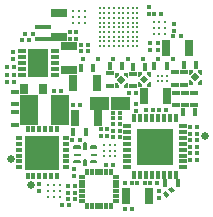
<source format=gts>
G75*
%MOIN*%
%OFA0B0*%
%FSLAX25Y25*%
%IPPOS*%
%LPD*%
%AMOC8*
5,1,8,0,0,1.08239X$1,22.5*
%
%ADD10C,0.00300*%
%ADD11C,0.01184*%
%ADD12R,0.02956X0.05318*%
%ADD13R,0.01775X0.01381*%
%ADD14R,0.01381X0.01775*%
%ADD15R,0.01184X0.02169*%
%ADD16R,0.02169X0.01184*%
%ADD17R,0.01381X0.02169*%
%ADD18R,0.02169X0.01381*%
%ADD19R,0.11224X0.11224*%
%ADD20R,0.12405X0.12405*%
%ADD21R,0.01184X0.02562*%
%ADD22R,0.02562X0.01184*%
%ADD23R,0.02090X0.02090*%
%ADD24C,0.01027*%
%ADD25C,0.00210*%
%ADD26R,0.05318X0.02956*%
%ADD27R,0.02956X0.01184*%
%ADD28R,0.06696X0.09570*%
%ADD29R,0.02562X0.01775*%
%ADD30R,0.06106X0.10043*%
%ADD31R,0.02956X0.03743*%
%ADD32R,0.01775X0.02562*%
%ADD33C,0.00592*%
%ADD34C,0.00494*%
%ADD35C,0.00691*%
%ADD36C,0.01106*%
%ADD37C,0.01775*%
%ADD38C,0.02562*%
%ADD39C,0.00987*%
D10*
X0249805Y0084460D02*
X0255710Y0084460D01*
X0255710Y0088397D01*
X0249805Y0088397D01*
X0249805Y0084460D01*
X0249805Y0084650D02*
X0255710Y0084650D01*
X0255710Y0084948D02*
X0249805Y0084948D01*
X0249805Y0085247D02*
X0255710Y0085247D01*
X0255710Y0085545D02*
X0249805Y0085545D01*
X0249805Y0085844D02*
X0255710Y0085844D01*
X0255710Y0086142D02*
X0249805Y0086142D01*
X0249805Y0086441D02*
X0255710Y0086441D01*
X0255710Y0086739D02*
X0249805Y0086739D01*
X0249805Y0087038D02*
X0255710Y0087038D01*
X0255710Y0087336D02*
X0249805Y0087336D01*
X0249805Y0087635D02*
X0255710Y0087635D01*
X0255710Y0087934D02*
X0249805Y0087934D01*
X0249805Y0088232D02*
X0255710Y0088232D01*
X0256891Y0088232D02*
X0262797Y0088232D01*
X0256891Y0088232D01*
X0256891Y0088397D02*
X0256891Y0084460D01*
X0262797Y0084460D01*
X0262797Y0088397D01*
X0256891Y0088397D01*
X0256891Y0084460D01*
X0262797Y0084460D01*
X0262797Y0088397D01*
X0256891Y0088397D01*
X0256891Y0087934D02*
X0262797Y0087934D01*
X0256891Y0087934D01*
X0256891Y0087635D02*
X0262797Y0087635D01*
X0256891Y0087635D01*
X0256891Y0087336D02*
X0262797Y0087336D01*
X0256891Y0087336D01*
X0256891Y0087038D02*
X0262797Y0087038D01*
X0256891Y0087038D01*
X0256891Y0086739D02*
X0262797Y0086739D01*
X0256891Y0086739D01*
X0256891Y0086441D02*
X0262797Y0086441D01*
X0256891Y0086441D01*
X0256891Y0086142D02*
X0262797Y0086142D01*
X0256891Y0086142D01*
X0256891Y0085844D02*
X0262797Y0085844D01*
X0256891Y0085844D01*
X0256891Y0085545D02*
X0262797Y0085545D01*
X0256891Y0085545D01*
X0256891Y0085247D02*
X0262797Y0085247D01*
X0256891Y0085247D01*
X0256891Y0084948D02*
X0262797Y0084948D01*
X0256891Y0084948D01*
X0256891Y0084650D02*
X0262797Y0084650D01*
X0256891Y0084650D01*
D11*
X0256261Y0072491D03*
X0254293Y0072491D03*
X0254293Y0070523D03*
X0256261Y0070523D03*
X0258230Y0070523D03*
X0258230Y0072491D03*
X0258230Y0068554D03*
X0256261Y0068554D03*
X0254293Y0068554D03*
X0239805Y0059026D03*
X0239805Y0057058D03*
X0239805Y0055089D03*
X0237836Y0055089D03*
X0235868Y0055089D03*
X0235868Y0057058D03*
X0237836Y0057058D03*
X0237836Y0059026D03*
X0235868Y0059026D03*
X0270907Y0109460D03*
X0272875Y0109460D03*
X0274844Y0109460D03*
X0274844Y0111428D03*
X0274844Y0113397D03*
X0272875Y0113397D03*
X0270907Y0113397D03*
X0270907Y0111428D03*
X0272875Y0111428D03*
X0248065Y0113074D03*
X0248065Y0115042D03*
X0248065Y0117011D03*
X0246096Y0117011D03*
X0244128Y0117011D03*
X0244128Y0115042D03*
X0246096Y0115042D03*
X0246096Y0113074D03*
X0244128Y0113074D03*
D12*
X0274962Y0104853D03*
X0282836Y0104853D03*
X0275474Y0088633D03*
X0267600Y0088633D03*
X0252521Y0081271D03*
X0244647Y0081271D03*
X0244214Y0092963D03*
X0252088Y0092963D03*
X0261694Y0055483D03*
X0269568Y0055483D03*
D13*
X0272875Y0054774D03*
X0272875Y0057137D03*
X0244371Y0061940D03*
X0244371Y0064302D03*
X0232797Y0059341D03*
X0232797Y0056979D03*
X0253348Y0075326D03*
X0255395Y0075326D03*
X0255395Y0077688D03*
X0253348Y0077688D03*
X0265159Y0083672D03*
X0265159Y0086034D03*
X0269883Y0104066D03*
X0272245Y0104066D03*
X0272245Y0106428D03*
X0269883Y0106428D03*
X0277757Y0110247D03*
X0277757Y0112609D03*
X0269529Y0115916D03*
X0269529Y0118278D03*
X0245198Y0110050D03*
X0243210Y0110035D03*
X0243210Y0107673D03*
X0245198Y0107688D03*
X0223978Y0103436D03*
X0223978Y0101074D03*
D14*
X0222127Y0093278D03*
X0224490Y0093278D03*
X0224490Y0095641D03*
X0222127Y0095641D03*
X0222127Y0098239D03*
X0224490Y0098239D03*
X0226970Y0107452D03*
X0228230Y0109420D03*
X0229332Y0107452D03*
X0230592Y0109420D03*
X0246576Y0105562D03*
X0246576Y0103672D03*
X0248938Y0103672D03*
X0248938Y0105562D03*
X0271143Y0116034D03*
X0273505Y0116034D03*
X0277560Y0108672D03*
X0279923Y0108672D03*
X0265159Y0089774D03*
X0262797Y0089774D03*
X0259726Y0083160D03*
X0257364Y0083160D03*
X0257364Y0081231D03*
X0257364Y0079315D03*
X0257364Y0077124D03*
X0257364Y0075208D03*
X0259726Y0075208D03*
X0259726Y0077124D03*
X0259726Y0079315D03*
X0259726Y0081231D03*
X0268466Y0083948D03*
X0270828Y0083948D03*
X0272718Y0083948D03*
X0275080Y0083948D03*
X0283151Y0078397D03*
X0285513Y0078397D03*
X0285513Y0076192D03*
X0285513Y0073987D03*
X0285513Y0071782D03*
X0283151Y0071782D03*
X0283151Y0073987D03*
X0283151Y0076192D03*
X0283151Y0069578D03*
X0283151Y0067373D03*
X0285513Y0067373D03*
X0285513Y0069578D03*
X0272049Y0059656D03*
X0269686Y0059656D03*
X0267915Y0059853D03*
X0265553Y0059853D03*
X0263781Y0059853D03*
X0261419Y0059853D03*
X0257324Y0065759D03*
X0254962Y0065759D03*
X0244686Y0058869D03*
X0242324Y0058869D03*
X0242324Y0056428D03*
X0242403Y0054302D03*
X0242797Y0052412D03*
X0240434Y0052412D03*
X0244765Y0054302D03*
X0244686Y0056428D03*
X0261379Y0050995D03*
X0263742Y0050995D03*
G36*
X0273917Y0056253D02*
X0275021Y0057080D01*
X0276083Y0055661D01*
X0274979Y0054834D01*
X0273917Y0056253D01*
G37*
G36*
X0275809Y0057668D02*
X0276913Y0058495D01*
X0277975Y0057076D01*
X0276871Y0056249D01*
X0275809Y0057668D01*
G37*
X0246261Y0074145D03*
X0243899Y0074145D03*
X0244175Y0085680D03*
X0246537Y0085680D03*
X0240198Y0090286D03*
X0237836Y0090286D03*
D15*
X0248773Y0063512D03*
X0250348Y0063512D03*
X0251923Y0063512D03*
X0253498Y0063512D03*
X0255073Y0063512D03*
X0256647Y0063512D03*
X0256647Y0052095D03*
X0255073Y0052095D03*
X0253498Y0052095D03*
X0251923Y0052095D03*
X0250348Y0052095D03*
X0248773Y0052095D03*
D16*
X0247002Y0053866D03*
X0247002Y0055441D03*
X0247002Y0057016D03*
X0247002Y0058591D03*
X0247002Y0060165D03*
X0247002Y0061740D03*
X0258419Y0061740D03*
X0258419Y0060165D03*
X0258419Y0058591D03*
X0258419Y0057016D03*
X0258419Y0055441D03*
X0258419Y0053866D03*
D17*
X0238769Y0061968D03*
X0236800Y0061968D03*
X0234832Y0061968D03*
X0232863Y0061968D03*
X0230895Y0061968D03*
X0228926Y0061968D03*
X0228926Y0077716D03*
X0230895Y0077716D03*
X0232863Y0077716D03*
X0234832Y0077716D03*
X0236800Y0077716D03*
X0238769Y0077716D03*
D18*
X0241721Y0074763D03*
X0241721Y0072795D03*
X0241721Y0070826D03*
X0241721Y0068858D03*
X0241721Y0066889D03*
X0241721Y0064921D03*
X0225973Y0064921D03*
X0225973Y0066889D03*
X0225973Y0068858D03*
X0225973Y0070826D03*
X0225973Y0072795D03*
X0225973Y0074763D03*
D19*
X0233847Y0069842D03*
D20*
X0271401Y0071823D03*
D21*
X0272385Y0081272D03*
X0274353Y0081272D03*
X0276322Y0081272D03*
X0278290Y0081272D03*
X0270416Y0081272D03*
X0268448Y0081272D03*
X0266479Y0081272D03*
X0264511Y0081272D03*
X0264511Y0062374D03*
X0266479Y0062374D03*
X0268448Y0062374D03*
X0270416Y0062374D03*
X0272385Y0062374D03*
X0274353Y0062374D03*
X0276322Y0062374D03*
X0278290Y0062374D03*
D22*
X0280849Y0064933D03*
X0280849Y0066902D03*
X0280849Y0068870D03*
X0280849Y0070839D03*
X0280849Y0072807D03*
X0280849Y0074776D03*
X0280849Y0076744D03*
X0280849Y0078713D03*
X0261952Y0078713D03*
X0261952Y0076744D03*
X0261952Y0074776D03*
X0261952Y0072807D03*
X0261952Y0070839D03*
X0261952Y0068870D03*
X0261952Y0066902D03*
X0261952Y0064933D03*
D23*
G36*
X0260198Y0092668D02*
X0258721Y0094145D01*
X0260198Y0095622D01*
X0261675Y0094145D01*
X0260198Y0092668D01*
G37*
G36*
X0267757Y0092904D02*
X0266280Y0094381D01*
X0267757Y0095858D01*
X0269234Y0094381D01*
X0267757Y0092904D01*
G37*
G36*
X0284765Y0093612D02*
X0283288Y0095089D01*
X0284765Y0096566D01*
X0286242Y0095089D01*
X0284765Y0093612D01*
G37*
D24*
X0283190Y0093318D03*
X0286340Y0093318D03*
X0286340Y0096861D03*
X0283190Y0096861D03*
X0269332Y0096152D03*
X0266182Y0096152D03*
X0261773Y0095916D03*
X0258623Y0095916D03*
X0258623Y0092373D03*
X0261773Y0092373D03*
X0266182Y0092609D03*
X0269332Y0092609D03*
D25*
X0269726Y0092545D02*
X0268742Y0092545D01*
X0268742Y0092609D02*
X0269529Y0093397D01*
X0269726Y0093397D01*
X0269726Y0092019D01*
X0268742Y0092019D01*
X0268742Y0092609D01*
X0268886Y0092753D02*
X0269726Y0092753D01*
X0269726Y0092962D02*
X0269094Y0092962D01*
X0269303Y0093170D02*
X0269726Y0093170D01*
X0269726Y0093379D02*
X0269511Y0093379D01*
X0269726Y0092336D02*
X0268742Y0092336D01*
X0268742Y0092128D02*
X0269726Y0092128D01*
X0266773Y0092128D02*
X0265789Y0092128D01*
X0265789Y0092019D02*
X0265789Y0093397D01*
X0265986Y0093397D01*
X0266773Y0092609D01*
X0266773Y0092019D01*
X0265789Y0092019D01*
X0265789Y0092336D02*
X0266773Y0092336D01*
X0266773Y0092545D02*
X0265789Y0092545D01*
X0265789Y0092753D02*
X0266629Y0092753D01*
X0266420Y0092962D02*
X0265789Y0092962D01*
X0265789Y0093170D02*
X0266212Y0093170D01*
X0266003Y0093379D02*
X0265789Y0093379D01*
X0265789Y0095365D02*
X0265789Y0096743D01*
X0266773Y0096743D01*
X0266773Y0096152D01*
X0265986Y0095365D01*
X0265789Y0095365D01*
X0265789Y0095464D02*
X0266085Y0095464D01*
X0266293Y0095673D02*
X0265789Y0095673D01*
X0265789Y0095881D02*
X0266502Y0095881D01*
X0266710Y0096090D02*
X0265789Y0096090D01*
X0265789Y0096298D02*
X0266773Y0096298D01*
X0266773Y0096507D02*
X0265789Y0096507D01*
X0265789Y0096715D02*
X0266773Y0096715D01*
X0268742Y0096715D02*
X0269726Y0096715D01*
X0269726Y0096743D02*
X0269726Y0095365D01*
X0269529Y0095365D01*
X0268742Y0096152D01*
X0268742Y0096743D01*
X0269726Y0096743D01*
X0269726Y0096507D02*
X0268742Y0096507D01*
X0268742Y0096298D02*
X0269726Y0096298D01*
X0269726Y0096090D02*
X0268804Y0096090D01*
X0269013Y0095881D02*
X0269726Y0095881D01*
X0269726Y0095673D02*
X0269221Y0095673D01*
X0269430Y0095464D02*
X0269726Y0095464D01*
X0262167Y0095464D02*
X0261635Y0095464D01*
X0261843Y0095256D02*
X0262167Y0095256D01*
X0262167Y0095129D02*
X0262167Y0096507D01*
X0261182Y0096507D01*
X0261182Y0095916D01*
X0261970Y0095129D01*
X0262167Y0095129D01*
X0262167Y0095673D02*
X0261426Y0095673D01*
X0261218Y0095881D02*
X0262167Y0095881D01*
X0262167Y0096090D02*
X0261182Y0096090D01*
X0261182Y0096298D02*
X0262167Y0096298D01*
X0262167Y0096507D02*
X0261182Y0096507D01*
X0259214Y0096507D02*
X0258230Y0096507D01*
X0259214Y0096507D01*
X0259214Y0095916D01*
X0258427Y0095129D01*
X0258230Y0095129D01*
X0258230Y0096507D01*
X0258230Y0096298D02*
X0259214Y0096298D01*
X0259214Y0096090D02*
X0258230Y0096090D01*
X0258230Y0095881D02*
X0259179Y0095881D01*
X0258970Y0095673D02*
X0258230Y0095673D01*
X0258230Y0095464D02*
X0258762Y0095464D01*
X0258553Y0095256D02*
X0258230Y0095256D01*
X0258230Y0093160D02*
X0258230Y0091782D01*
X0259214Y0091782D01*
X0259214Y0092373D01*
X0258427Y0093160D01*
X0258230Y0093160D01*
X0258230Y0092962D02*
X0258625Y0092962D01*
X0258833Y0092753D02*
X0258230Y0092753D01*
X0258230Y0092545D02*
X0259042Y0092545D01*
X0259214Y0092336D02*
X0258230Y0092336D01*
X0258230Y0092128D02*
X0259214Y0092128D01*
X0259214Y0091919D02*
X0258230Y0091919D01*
X0261182Y0091919D02*
X0262167Y0091919D01*
X0262167Y0091782D02*
X0262167Y0093160D01*
X0261970Y0093160D01*
X0261182Y0092373D01*
X0261182Y0091782D01*
X0262167Y0091782D01*
X0262167Y0092128D02*
X0261182Y0092128D01*
X0261182Y0092336D02*
X0262167Y0092336D01*
X0262167Y0092545D02*
X0261354Y0092545D01*
X0261563Y0092753D02*
X0262167Y0092753D01*
X0262167Y0092962D02*
X0261771Y0092962D01*
X0282797Y0092962D02*
X0283781Y0092962D01*
X0283781Y0093170D02*
X0282797Y0093170D01*
X0282797Y0093379D02*
X0283720Y0093379D01*
X0283781Y0093318D02*
X0282993Y0094105D01*
X0282797Y0094105D01*
X0282797Y0092727D01*
X0283781Y0092727D01*
X0283781Y0093318D01*
X0283511Y0093587D02*
X0282797Y0093587D01*
X0282797Y0093796D02*
X0283303Y0093796D01*
X0283094Y0094004D02*
X0282797Y0094004D01*
X0282797Y0092753D02*
X0283781Y0092753D01*
X0285749Y0092753D02*
X0286734Y0092753D01*
X0286734Y0092727D02*
X0286734Y0094105D01*
X0286537Y0094105D01*
X0285749Y0093318D01*
X0285749Y0092727D01*
X0286734Y0092727D01*
X0286734Y0092962D02*
X0285749Y0092962D01*
X0285749Y0093170D02*
X0286734Y0093170D01*
X0286734Y0093379D02*
X0285811Y0093379D01*
X0286019Y0093587D02*
X0286734Y0093587D01*
X0286734Y0093796D02*
X0286228Y0093796D01*
X0286436Y0094004D02*
X0286734Y0094004D01*
X0286734Y0096074D02*
X0286734Y0097452D01*
X0285749Y0097452D01*
X0285749Y0096861D01*
X0286537Y0096074D01*
X0286734Y0096074D01*
X0286734Y0096090D02*
X0286521Y0096090D01*
X0286312Y0096298D02*
X0286734Y0096298D01*
X0286734Y0096507D02*
X0286104Y0096507D01*
X0285895Y0096715D02*
X0286734Y0096715D01*
X0286734Y0096924D02*
X0285749Y0096924D01*
X0285749Y0097132D02*
X0286734Y0097132D01*
X0286734Y0097341D02*
X0285749Y0097341D01*
X0283781Y0097341D02*
X0282797Y0097341D01*
X0282797Y0097452D02*
X0283781Y0097452D01*
X0283781Y0096861D01*
X0282993Y0096074D01*
X0282797Y0096074D01*
X0282797Y0097452D01*
X0282797Y0097132D02*
X0283781Y0097132D01*
X0283781Y0096924D02*
X0282797Y0096924D01*
X0282797Y0096715D02*
X0283635Y0096715D01*
X0283426Y0096507D02*
X0282797Y0096507D01*
X0282797Y0096298D02*
X0283218Y0096298D01*
X0283009Y0096090D02*
X0282797Y0096090D01*
D26*
X0242718Y0097373D03*
X0242718Y0105247D03*
X0239332Y0108397D03*
X0239332Y0116271D03*
D27*
X0237993Y0103593D03*
X0237993Y0101625D03*
X0237993Y0099656D03*
X0237993Y0097688D03*
X0237993Y0095719D03*
X0226970Y0095719D03*
X0226970Y0097688D03*
X0226970Y0099656D03*
X0226970Y0101625D03*
X0226970Y0103593D03*
D28*
X0232482Y0099656D03*
D29*
X0232639Y0107635D03*
X0235316Y0107635D03*
X0235316Y0111835D03*
X0232639Y0111835D03*
X0256261Y0096323D03*
X0256261Y0092123D03*
X0264056Y0091887D03*
X0264056Y0096087D03*
X0278072Y0096717D03*
X0280907Y0096717D03*
X0280907Y0092517D03*
X0281379Y0089867D03*
X0278387Y0089867D03*
X0278072Y0092517D03*
X0284371Y0089867D03*
X0284371Y0085667D03*
X0281379Y0085667D03*
X0278387Y0085667D03*
X0224608Y0085903D03*
X0224608Y0083252D03*
X0224608Y0079052D03*
X0224608Y0090103D03*
D30*
X0229568Y0083987D03*
X0239805Y0083987D03*
D31*
X0234135Y0091074D03*
X0227679Y0091074D03*
D32*
X0246602Y0098082D03*
X0250802Y0098082D03*
X0256366Y0098672D03*
X0260566Y0098672D03*
X0264004Y0098357D03*
X0268204Y0098357D03*
X0271090Y0098554D03*
X0275290Y0098554D03*
X0281012Y0099145D03*
X0285212Y0099145D03*
X0284818Y0083357D03*
X0280618Y0083357D03*
X0248440Y0076585D03*
X0244240Y0076585D03*
X0274712Y0059578D03*
X0278912Y0059578D03*
D33*
X0250021Y0066604D02*
X0250021Y0067196D01*
X0251793Y0067196D01*
X0251793Y0066604D01*
X0250021Y0066604D01*
X0250021Y0067195D02*
X0251793Y0067195D01*
X0246281Y0067196D02*
X0246281Y0066604D01*
X0244509Y0066604D01*
X0244509Y0067196D01*
X0246281Y0067196D01*
X0246281Y0067195D02*
X0244509Y0067195D01*
X0246281Y0071329D02*
X0246281Y0071921D01*
X0246281Y0071329D02*
X0244509Y0071329D01*
X0244509Y0071921D01*
X0246281Y0071921D01*
X0246281Y0071920D02*
X0244509Y0071920D01*
X0250021Y0071921D02*
X0250021Y0071329D01*
X0250021Y0071921D02*
X0251793Y0071921D01*
X0251793Y0071329D01*
X0250021Y0071329D01*
X0250021Y0071920D02*
X0251793Y0071920D01*
D34*
X0249972Y0069509D02*
X0249972Y0069017D01*
X0249972Y0069509D02*
X0251842Y0069509D01*
X0251842Y0069017D01*
X0249972Y0069017D01*
X0244460Y0069017D02*
X0244460Y0069509D01*
X0246330Y0069509D01*
X0246330Y0069017D01*
X0244460Y0069017D01*
D35*
X0247806Y0065571D02*
X0248496Y0065571D01*
X0247806Y0065571D02*
X0247806Y0067443D01*
X0248496Y0067443D01*
X0248496Y0065571D01*
X0248496Y0066261D02*
X0247806Y0066261D01*
X0247806Y0066951D02*
X0248496Y0066951D01*
X0248496Y0071083D02*
X0247806Y0071083D01*
X0247806Y0072955D01*
X0248496Y0072955D01*
X0248496Y0071083D01*
X0248496Y0071773D02*
X0247806Y0071773D01*
X0247806Y0072463D02*
X0248496Y0072463D01*
D36*
X0252954Y0105326D03*
X0252954Y0106900D03*
X0254529Y0106900D03*
X0254529Y0105326D03*
X0256104Y0105326D03*
X0256104Y0106900D03*
X0257679Y0106900D03*
X0259253Y0106900D03*
X0259253Y0105326D03*
X0257679Y0105326D03*
X0260828Y0105326D03*
X0260828Y0106900D03*
X0262403Y0106900D03*
X0262403Y0105326D03*
X0263978Y0105326D03*
X0263978Y0106900D03*
X0265553Y0106900D03*
X0265553Y0105326D03*
X0265553Y0108475D03*
X0265553Y0110050D03*
X0265553Y0111625D03*
X0265553Y0113200D03*
X0265553Y0114774D03*
X0263978Y0114774D03*
X0263978Y0113200D03*
X0262403Y0113200D03*
X0262403Y0114774D03*
X0260828Y0114774D03*
X0260828Y0113200D03*
X0259253Y0113200D03*
X0259253Y0114774D03*
X0257679Y0114774D03*
X0257679Y0113200D03*
X0257679Y0111625D03*
X0259253Y0111625D03*
X0259253Y0110050D03*
X0257679Y0110050D03*
X0257679Y0108475D03*
X0259253Y0108475D03*
X0260828Y0108475D03*
X0262403Y0108475D03*
X0263978Y0108475D03*
X0263978Y0110050D03*
X0263978Y0111625D03*
X0262403Y0111625D03*
X0260828Y0111625D03*
X0260828Y0110050D03*
X0262403Y0110050D03*
X0256104Y0110050D03*
X0256104Y0108475D03*
X0254529Y0108475D03*
X0252954Y0108475D03*
X0252954Y0110050D03*
X0252954Y0111625D03*
X0252954Y0113200D03*
X0252954Y0114774D03*
X0254529Y0114774D03*
X0254529Y0113200D03*
X0256104Y0113200D03*
X0256104Y0114774D03*
X0256104Y0116349D03*
X0257679Y0116349D03*
X0259253Y0116349D03*
X0259253Y0117924D03*
X0257679Y0117924D03*
X0256104Y0117924D03*
X0254529Y0117924D03*
X0254529Y0116349D03*
X0252954Y0116349D03*
X0252954Y0117924D03*
X0260828Y0117924D03*
X0260828Y0116349D03*
X0262403Y0116349D03*
X0263978Y0116349D03*
X0265553Y0116349D03*
X0265553Y0117924D03*
X0263978Y0117924D03*
X0262403Y0117924D03*
X0256104Y0111625D03*
X0254529Y0111625D03*
X0254529Y0110050D03*
D37*
X0252521Y0101034D03*
X0257521Y0101034D03*
X0262521Y0101034D03*
X0267521Y0101034D03*
X0272521Y0101034D03*
X0277521Y0101034D03*
X0260238Y0085837D03*
X0253151Y0085837D03*
X0247521Y0101034D03*
D38*
X0287908Y0075460D03*
X0230119Y0059105D03*
X0223505Y0067609D03*
D39*
X0272324Y0093672D03*
X0272324Y0095247D03*
X0273899Y0095247D03*
X0275474Y0095247D03*
X0275474Y0093672D03*
X0273899Y0093672D03*
M02*

</source>
